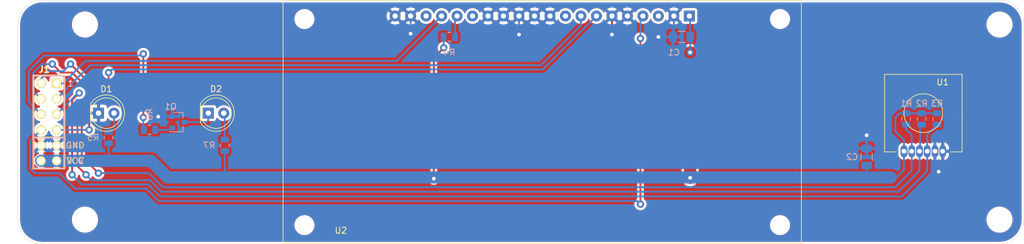
<source format=kicad_pcb>
(kicad_pcb (version 20190905) (host pcbnew "(5.99.0-266-g39241dc0f)")
  (layers (0 "F.Cu" signal) (31 "B.Cu" signal) (34 "B.Paste" user) (35 "F.Paste" user) (36 "B.SilkS" user hide) (37 "F.SilkS" user) (38 "B.Mask" user) (39 "F.Mask" user) (44 "Edge.Cuts" user))
  (net 0 "")
  (net 1 "GND")
  (net 2 "+3V3")
  (net 3 "Net-(D1-Pad2)")
  (net 4 "Net-(D2-Pad2)")
  (net 5 "Net-(D2-Pad1)")
  (net 6 "/JA10")
  (net 7 "/JA9")
  (net 8 "/JA8")
  (net 9 "/JA7")
  (net 10 "/JA4")
  (net 11 "/JA3")
  (net 12 "/JA2")
  (net 13 "/JA1")
  (net 14 "Net-(Q1-Pad1)")
  (net 15 "Net-(R4-Pad1)")
  (net 16 "Net-(U2-Pad18)")
  (net 17 "Net-(U2-Pad15)")
  (net 18 "Net-(U2-Pad9)")
  (net 19 "Net-(U2-Pad3)")
  (module "MountingHole:MountingHole_3.5mm" (layer "F.Cu") (at 50 64)
    (fp_text reference "REF**" hide)
    (fp_text value "MountingHole_3.5mm" hide)
    (pad "1" np_thru_hole circle (at 0 0) (size 3.5 3.5) (drill 3.5) (layers *.Cu *.Mask))
  )
  (module "MountingHole:MountingHole_3.5mm" (layer "F.Cu") (at 200 64)
    (fp_text reference "REF**" hide)
    (fp_text value "MountingHole_3.5mm" hide)
    (pad "1" np_thru_hole circle (at 0 0) (size 3.5 3.5) (drill 3.5) (layers *.Cu *.Mask))
  )
  (module "MountingHole:MountingHole_3.5mm" (layer "F.Cu") (at 50 96)
    (fp_text reference "REF**" hide)
    (fp_text value "MountingHole_3.5mm" hide)
    (pad "1" np_thru_hole circle (at 0 0) (size 3.5 3.5) (drill 3.5) (layers *.Cu *.Mask))
  )
  (module "MountingHole:MountingHole_3.5mm" (layer "F.Cu") (at 200 96)
    (fp_text reference "REF**" hide)
    (fp_text value "MountingHole_3.5mm" hide)
    (pad "1" np_thru_hole circle (at 0 0) (size 3.5 3.5) (drill 3.5) (layers *.Cu *.Mask))
  )
  (module "pmod-conn_6x2:pmod_pin_array_6x2" (layer "F.Cu") (at 44.08 80)
    (fp_text reference "J1" (at -0.762 -8.636) (layer "F.SilkS") (effects (font (size 1.016 1.016) (thickness 0.254))))
    (fp_text value "Conn_02x06_Top_Bottom" hide)
    (fp_line (start 2.54 2.54) (end -2.54 2.54) (layer "F.SilkS") (width 0.3048))
    (fp_line (start 2.54 2.54) (end -2.54 2.54) (layer "B.SilkS") (width 0.3048))
    (fp_text user "1" (at 3.556 -6.35) (layer "B.SilkS") (effects (justify mirror)))
    (fp_text user "GND" (at 4.318 3.81) (layer "B.SilkS") (effects (justify mirror)))
    (fp_text user "VCC" (at 4.318 6.35) (layer "B.SilkS") (effects (justify mirror)))
    (fp_text user "VCC" (at 4.318 6.35) (layer "F.SilkS"))
    (fp_text user "GND" (at 4.318 3.81) (layer "F.SilkS"))
    (fp_text user "1" (at 3.556 -6.35) (layer "F.SilkS"))
    (fp_line (start 2.54 -7.62) (end -2.54 -7.62) (layer "B.SilkS") (width 0.3048))
    (fp_line (start 2.54 7.62) (end 2.54 -7.62) (layer "B.SilkS") (width 0.3048))
    (fp_line (start -2.54 7.62) (end 2.54 7.62) (layer "B.SilkS") (width 0.3048))
    (fp_line (start -2.54 -7.62) (end -2.54 7.62) (layer "B.SilkS") (width 0.3048))
    (fp_line (start -2.54 -7.62) (end -2.54 7.62) (layer "F.SilkS") (width 0.3048))
    (fp_line (start -2.54 7.62) (end 2.54 7.62) (layer "F.SilkS") (width 0.3048))
    (fp_line (start 2.54 7.62) (end 2.54 -7.62) (layer "F.SilkS") (width 0.3048))
    (fp_line (start 2.54 -7.62) (end -2.54 -7.62) (layer "F.SilkS") (width 0.3048))
    (pad "12" thru_hole circle (at -1.27 6.35 270) (size 1.524 1.524) (drill 1.016) (layers *.Cu *.Mask "F.SilkS") (net 2 "+3V3"))
    (pad "6" thru_hole circle (at 1.27 6.35 270) (size 1.524 1.524) (drill 1.016) (layers *.Cu *.Mask "F.SilkS") (net 2 "+3V3"))
    (pad "11" thru_hole circle (at -1.27 3.81 270) (size 1.524 1.524) (drill 1.016) (layers *.Cu *.Mask "F.SilkS") (net 1 "GND"))
    (pad "5" thru_hole circle (at 1.27 3.81 270) (size 1.524 1.524) (drill 1.016) (layers *.Cu *.Mask "F.SilkS") (net 1 "GND"))
    (pad "10" thru_hole circle (at -1.27 1.27 270) (size 1.524 1.524) (drill 1.016) (layers *.Cu *.Mask "F.SilkS") (net 6 "/JA10"))
    (pad "4" thru_hole circle (at 1.27 1.27 270) (size 1.524 1.524) (drill 1.016) (layers *.Cu *.Mask "F.SilkS") (net 10 "/JA4"))
    (pad "9" thru_hole circle (at -1.27 -1.27 270) (size 1.524 1.524) (drill 1.016) (layers *.Cu *.Mask "F.SilkS") (net 7 "/JA9"))
    (pad "3" thru_hole circle (at 1.27 -1.27 270) (size 1.524 1.524) (drill 1.016) (layers *.Cu *.Mask "F.SilkS") (net 11 "/JA3"))
    (pad "8" thru_hole circle (at -1.27 -3.81 270) (size 1.524 1.524) (drill 1.016) (layers *.Cu *.Mask "F.SilkS") (net 8 "/JA8"))
    (pad "2" thru_hole circle (at 1.27 -3.81 270) (size 1.524 1.524) (drill 1.016) (layers *.Cu *.Mask "F.SilkS") (net 12 "/JA2"))
    (pad "7" thru_hole circle (at -1.27 -6.35 270) (size 1.524 1.524) (drill 1.016) (layers *.Cu *.Mask "F.SilkS") (net 9 "/JA7"))
    (pad "1" thru_hole rect (at 1.27 -6.35) (size 1.524 1.524) (drill 1.016) (layers *.Cu *.Mask "F.SilkS") (net 13 "/JA1"))
  )
  (module "newStuff:NHD-2.8-25664UCB2" (layer "F.Cu") (at 125 80)
    (fp_text reference "U2" (at -33.02 17.78 unlocked) (layer "F.SilkS"))
    (fp_text value "NHD-2.8-25664")
    (fp_line (start -42.5 -19.9) (end -42.5 19.9) (layer "F.SilkS") (width 0.12))
    (fp_line (start -42.5 19.9) (end 42.5 19.9) (layer "F.SilkS") (width 0.12))
    (fp_line (start 42.5 19.9) (end 42.5 -19.9) (layer "F.SilkS") (width 0.12))
    (fp_line (start 42.5 -19.9) (end -42.5 -19.9) (layer "F.SilkS") (width 0.12))
    (pad "20" thru_hole circle (at -24.13 -17.4) (size 1.8 1.8) (drill 0.86) (layers *.Cu *.Mask) (net 1 "GND"))
    (pad "19" thru_hole circle (at -21.59 -17.4) (size 1.8 1.8) (drill 0.86) (layers *.Cu *.Mask) (net 1 "GND"))
    (pad "18" thru_hole circle (at -19.05 -17.4) (size 1.8 1.8) (drill 0.86) (layers *.Cu *.Mask) (net 16 "Net-(U2-Pad18)"))
    (pad "17" thru_hole circle (at -16.51 -17.4) (size 1.8 1.8) (drill 0.86) (layers *.Cu *.Mask) (net 13 "/JA1"))
    (pad "16" thru_hole circle (at -13.97 -17.4) (size 1.8 1.8) (drill 0.86) (layers *.Cu *.Mask) (net 15 "Net-(R4-Pad1)"))
    (pad "15" thru_hole circle (at -11.43 -17.4) (size 1.8 1.8) (drill 0.86) (layers *.Cu *.Mask) (net 17 "Net-(U2-Pad15)"))
    (pad "14" thru_hole circle (at -8.89 -17.4) (size 1.8 1.8) (drill 0.86) (layers *.Cu *.Mask) (net 1 "GND"))
    (pad "13" thru_hole circle (at -6.35 -17.4) (size 1.8 1.8) (drill 0.86) (layers *.Cu *.Mask) (net 1 "GND"))
    (pad "12" thru_hole circle (at -3.81 -17.4) (size 1.8 1.8) (drill 0.86) (layers *.Cu *.Mask) (net 1 "GND"))
    (pad "11" thru_hole circle (at -1.27 -17.4) (size 1.8 1.8) (drill 0.86) (layers *.Cu *.Mask) (net 1 "GND"))
    (pad "10" thru_hole circle (at 1.27 -17.4) (size 1.8 1.8) (drill 0.86) (layers *.Cu *.Mask) (net 1 "GND"))
    (pad "9" thru_hole circle (at 3.81 -17.4) (size 1.8 1.8) (drill 0.86) (layers *.Cu *.Mask) (net 18 "Net-(U2-Pad9)"))
    (pad "8" thru_hole circle (at 6.35 -17.4) (size 1.8 1.8) (drill 0.86) (layers *.Cu *.Mask) (net 12 "/JA2"))
    (pad "7" thru_hole circle (at 8.89 -17.4) (size 1.8 1.8) (drill 0.86) (layers *.Cu *.Mask) (net 10 "/JA4"))
    (pad "6" thru_hole circle (at 11.43 -17.4) (size 1.8 1.8) (drill 0.86) (layers *.Cu *.Mask) (net 1 "GND"))
    (pad "5" thru_hole circle (at 13.97 -17.4) (size 1.8 1.8) (drill 0.86) (layers *.Cu *.Mask) (net 1 "GND"))
    (pad "4" thru_hole circle (at 16.51 -17.4) (size 1.8 1.8) (drill 0.86) (layers *.Cu *.Mask) (net 6 "/JA10"))
    (pad "3" thru_hole circle (at 19.05 -17.4) (size 1.8 1.8) (drill 0.86) (layers *.Cu *.Mask) (net 19 "Net-(U2-Pad3)"))
    (pad "2" thru_hole circle (at 21.59 -17.4) (size 1.8 1.8) (drill 0.86) (layers *.Cu *.Mask) (net 1 "GND"))
    (pad "1" thru_hole rect (at 24.13 -17.4) (size 1.8 1.8) (drill 0.86) (layers *.Cu *.Mask) (net 2 "+3V3"))
    (pad "" np_thru_hole circle (at -39 -16.9) (size 2.5 2.5) (drill 2.5) (layers *.Cu *.Mask))
    (pad "" np_thru_hole circle (at -39 16.9) (size 2.5 2.5) (drill 2.5) (layers *.Cu *.Mask))
    (pad "" np_thru_hole circle (at 39 -16.9) (size 2.5 2.5) (drill 2.5) (layers *.Cu *.Mask))
    (pad "" np_thru_hole circle (at 39 16.9) (size 2.5 2.5) (drill 2.5) (layers *.Cu *.Mask))
  )
  (module "Capacitor_SMD:C_1206_3216Metric" (layer "B.Cu") (at 178.21 85.715 90)
    (fp_text reference "C2" (at 0 -2.41 180) (layer "B.SilkS") (effects (justify mirror)))
    (fp_text value "10u")
    (fp_line (start -0.602064 0.91) (end 0.602064 0.91) (layer "B.SilkS") (width 0.12))
    (fp_line (start -0.602064 -0.91) (end 0.602064 -0.91) (layer "B.SilkS") (width 0.12))
    (pad "2" smd roundrect (at 1.4 0 90) (size 1.25 1.75) (layers "B.Cu" "B.Paste" "B.Mask") (roundrect_rratio 0.2) (net 1 "GND"))
    (pad "1" smd roundrect (at -1.4 0 90) (size 1.25 1.75) (layers "B.Cu" "B.Paste" "B.Mask") (roundrect_rratio 0.2) (net 2 "+3V3"))
  )
  (module "Capacitor_SMD:C_1206_3216Metric" (layer "B.Cu") (at 147.86 66.03 180)
    (fp_text reference "C1" (at 1.27 -2.54) (layer "B.SilkS") (effects (justify mirror)))
    (fp_text value "10u")
    (fp_line (start -0.602064 0.91) (end 0.602064 0.91) (layer "B.SilkS") (width 0.12))
    (fp_line (start -0.602064 -0.91) (end 0.602064 -0.91) (layer "B.SilkS") (width 0.12))
    (pad "2" smd roundrect (at 1.4 0 180) (size 1.25 1.75) (layers "B.Cu" "B.Paste" "B.Mask") (roundrect_rratio 0.2) (net 1 "GND"))
    (pad "1" smd roundrect (at -1.4 0 180) (size 1.25 1.75) (layers "B.Cu" "B.Paste" "B.Mask") (roundrect_rratio 0.2) (net 2 "+3V3"))
  )
  (module "newStuff:291V1" (layer "F.Cu") (at 187.5 78.53)
    (fp_text reference "U1" (at 3.175 -5.08 unlocked) (layer "F.SilkS"))
    (fp_text value "291V1")
    (fp_line (start 4.445 6.35) (end 6.35 6.35) (layer "F.SilkS") (width 0.12))
    (fp_line (start 6.35 6.35) (end 6.35 0) (layer "F.SilkS") (width 0.12))
    (fp_line (start -6.35 6.35) (end -4.445 6.35) (layer "F.SilkS") (width 0.12))
    (fp_line (start -6.35 -6.35) (end -6.35 6.35) (layer "F.SilkS") (width 0.12))
    (fp_line (start 6.35 -6.35) (end -6.35 -6.35) (layer "F.SilkS") (width 0.12))
    (fp_line (start 6.35 0) (end 6.35 -6.35) (layer "F.SilkS") (width 0.12))
    (fp_circle (center 0 0) (end 3.175 0) (layer "F.SilkS") (width 0.12))
    (pad "6" thru_hole oval (at -3.17 6.25) (size 1.1 2) (drill 0.76) (layers *.Cu *.Mask) (net 2 "+3V3"))
    (pad "5" thru_hole oval (at -1.9 6.25) (size 1.1 2) (drill 0.76) (layers *.Cu *.Mask) (net 9 "/JA7"))
    (pad "4" thru_hole oval (at -0.63 6.25) (size 1.1 2) (drill 0.76) (layers *.Cu *.Mask) (net 8 "/JA8"))
    (pad "3" thru_hole oval (at 0.64 6.25) (size 1.1 2) (drill 0.76) (layers *.Cu *.Mask) (net 11 "/JA3"))
    (pad "2" thru_hole oval (at 1.91 6.25) (size 1.1 2) (drill 0.76) (layers *.Cu *.Mask) (net 1 "GND"))
    (pad "1" thru_hole oval (at 3.18 6.25) (size 1.1 2) (drill 0.76) (layers *.Cu *.Mask) (net 1 "GND"))
  )
  (module "Resistor_SMD:R_0805_2012Metric" (layer "B.Cu") (at 72.93 83.81 -90)
    (fp_text reference "R7" (at 0 2.54 180) (layer "B.SilkS") (effects (justify mirror)))
    (fp_text value "2k2")
    (fp_line (start -0.258578 0.71) (end 0.258578 0.71) (layer "B.SilkS") (width 0.12))
    (fp_line (start -0.258578 -0.71) (end 0.258578 -0.71) (layer "B.SilkS") (width 0.12))
    (pad "2" smd roundrect (at 0.9375 0 270) (size 0.975 1.4) (layers "B.Cu" "B.Paste" "B.Mask") (net 2 "+3V3"))
    (pad "1" smd roundrect (at -0.9375 0 270) (size 0.975 1.4) (layers "B.Cu" "B.Paste" "B.Mask") (net 4 "Net-(D2-Pad2)"))
  )
  (module "Resistor_SMD:R_0805_2012Metric" (layer "B.Cu") (at 60.59 81.27)
    (fp_text reference "R6" (at 0 -2.54 270) (layer "B.SilkS") (effects (justify mirror)))
    (fp_text value "2k2")
    (fp_line (start -0.258578 0.71) (end 0.258578 0.71) (layer "B.SilkS") (width 0.12))
    (fp_line (start -0.258578 -0.71) (end 0.258578 -0.71) (layer "B.SilkS") (width 0.12))
    (pad "2" smd roundrect (at 0.9375 0) (size 0.975 1.4) (layers "B.Cu" "B.Paste" "B.Mask") (net 14 "Net-(Q1-Pad1)"))
    (pad "1" smd roundrect (at -0.9375 0) (size 0.975 1.4) (layers "B.Cu" "B.Paste" "B.Mask") (net 7 "/JA9"))
  )
  (module "Resistor_SMD:R_0805_2012Metric" (layer "B.Cu") (at 53.88 82.54 -90)
    (fp_text reference "R5" (at 0 2.54 180) (layer "B.SilkS") (effects (justify mirror)))
    (fp_text value "2k2")
    (fp_line (start -0.258578 0.71) (end 0.258578 0.71) (layer "B.SilkS") (width 0.12))
    (fp_line (start -0.258578 -0.71) (end 0.258578 -0.71) (layer "B.SilkS") (width 0.12))
    (pad "2" smd roundrect (at 0.9375 0 270) (size 0.975 1.4) (layers "B.Cu" "B.Paste" "B.Mask") (net 2 "+3V3"))
    (pad "1" smd roundrect (at -0.9375 0 270) (size 0.975 1.4) (layers "B.Cu" "B.Paste" "B.Mask") (net 3 "Net-(D1-Pad2)"))
  )
  (module "Resistor_SMD:R_0805_2012Metric" (layer "B.Cu") (at 109.76 66.03 180)
    (fp_text reference "R4" (at 0 -2.54) (layer "B.SilkS") (effects (justify mirror)))
    (fp_text value "2k2")
    (fp_line (start -0.258578 0.71) (end 0.258578 0.71) (layer "B.SilkS") (width 0.12))
    (fp_line (start -0.258578 -0.71) (end 0.258578 -0.71) (layer "B.SilkS") (width 0.12))
    (pad "2" smd roundrect (at 0.9375 0 180) (size 0.975 1.4) (layers "B.Cu" "B.Paste" "B.Mask") (net 2 "+3V3"))
    (pad "1" smd roundrect (at -0.9375 0 180) (size 0.975 1.4) (layers "B.Cu" "B.Paste" "B.Mask") (net 15 "Net-(R4-Pad1)"))
  )
  (module "Resistor_SMD:R_0805_2012Metric" (layer "B.Cu") (at 189.77 79.479998 90)
    (fp_text reference "R3" (at 2.54 0 -180) (layer "B.SilkS") (effects (justify mirror)))
    (fp_text value "2k2")
    (fp_line (start -0.258578 0.71) (end 0.258578 0.71) (layer "B.SilkS") (width 0.12))
    (fp_line (start -0.258578 -0.71) (end 0.258578 -0.71) (layer "B.SilkS") (width 0.12))
    (pad "2" smd roundrect (at 0.9375 0 90) (size 0.975 1.4) (layers "B.Cu" "B.Paste" "B.Mask") (net 2 "+3V3"))
    (pad "1" smd roundrect (at -0.9375 0 90) (size 0.975 1.4) (layers "B.Cu" "B.Paste" "B.Mask") (net 11 "/JA3"))
  )
  (module "Resistor_SMD:R_0805_2012Metric" (layer "B.Cu") (at 187.23 79.479998 90)
    (fp_text reference "R2" (at 2.54 0 -180) (layer "B.SilkS") (effects (justify mirror)))
    (fp_text value "2k2")
    (fp_line (start -0.258578 0.71) (end 0.258578 0.71) (layer "B.SilkS") (width 0.12))
    (fp_line (start -0.258578 -0.71) (end 0.258578 -0.71) (layer "B.SilkS") (width 0.12))
    (pad "2" smd roundrect (at 0.9375 0 90) (size 0.975 1.4) (layers "B.Cu" "B.Paste" "B.Mask") (net 2 "+3V3"))
    (pad "1" smd roundrect (at -0.9375 0 90) (size 0.975 1.4) (layers "B.Cu" "B.Paste" "B.Mask") (net 8 "/JA8"))
  )
  (module "Resistor_SMD:R_0805_2012Metric" (layer "B.Cu") (at 184.69 79.479998 90)
    (fp_text reference "R1" (at 2.54 0 -180) (layer "B.SilkS") (effects (justify mirror)))
    (fp_text value "2k2")
    (fp_line (start -0.258578 -0.71) (end 0.258578 -0.71) (layer "B.SilkS") (width 0.12))
    (fp_line (start -0.258578 0.71) (end 0.258578 0.71) (layer "B.SilkS") (width 0.12))
    (pad "1" smd roundrect (at -0.9375 0 90) (size 0.975 1.4) (layers "B.Cu" "B.Paste" "B.Mask") (net 9 "/JA7"))
    (pad "2" smd roundrect (at 0.9375 0 90) (size 0.975 1.4) (layers "B.Cu" "B.Paste" "B.Mask") (net 2 "+3V3"))
  )
  (module "Package_TO_SOT_SMD:SOT-23" (layer "B.Cu") (at 65.31 80)
    (fp_text reference "Q1" (at -1.27 -2.54) (layer "B.SilkS") (effects (justify mirror)))
    (fp_text value "BSS138")
    (fp_line (start 0.76 -1.58) (end 0.76 -0.65) (layer "B.SilkS") (width 0.12))
    (fp_line (start 0.76 1.58) (end 0.76 0.65) (layer "B.SilkS") (width 0.12))
    (fp_line (start 0.76 1.58) (end -1.4 1.58) (layer "B.SilkS") (width 0.12))
    (fp_line (start 0.76 -1.58) (end -0.7 -1.58) (layer "B.SilkS") (width 0.12))
    (pad "3" smd rect (at 1 0) (size 0.9 0.8) (layers "B.Cu" "B.Paste" "B.Mask") (net 5 "Net-(D2-Pad1)"))
    (pad "2" smd rect (at -1 -0.95) (size 0.9 0.8) (layers "B.Cu" "B.Paste" "B.Mask") (net 1 "GND"))
    (pad "1" smd rect (at -1 0.95) (size 0.9 0.8) (layers "B.Cu" "B.Paste" "B.Mask") (net 14 "Net-(Q1-Pad1)"))
  )
  (module "LED_THT:LED_D5.0mm" (layer "F.Cu") (at 70.23 78.53)
    (fp_text reference "D2" (at 1.27 -3.96) (layer "F.SilkS"))
    (fp_text value "LED")
    (fp_arc (start 1.27 0) (end -1.29 -1.54483) (angle 148.9) (layer "F.SilkS") (width 0.12))
    (fp_arc (start 1.27 0) (end -1.29 1.54483) (angle -148.9) (layer "F.SilkS") (width 0.12))
    (fp_circle (center 1.27 0) (end 3.77 0) (layer "F.SilkS") (width 0.12))
    (fp_line (start -1.29 -1.545) (end -1.29 1.545) (layer "F.SilkS") (width 0.12))
    (pad "2" thru_hole circle (at 2.54 0) (size 1.8 1.8) (drill 0.9) (layers *.Cu *.Mask) (net 4 "Net-(D2-Pad2)"))
    (pad "1" thru_hole rect (at 0 0) (size 1.8 1.8) (drill 0.9) (layers *.Cu *.Mask) (net 5 "Net-(D2-Pad1)"))
  )
  (module "LED_THT:LED_D5.0mm" (layer "F.Cu") (at 52.23 78.53)
    (fp_text reference "D1" (at 1.27 -3.96) (layer "F.SilkS"))
    (fp_text value "LED")
    (fp_arc (start 1.27 0) (end -1.29 -1.54483) (angle 148.9) (layer "F.SilkS") (width 0.12))
    (fp_arc (start 1.27 0) (end -1.29 1.54483) (angle -148.9) (layer "F.SilkS") (width 0.12))
    (fp_circle (center 1.27 0) (end 3.77 0) (layer "F.SilkS") (width 0.12))
    (fp_line (start -1.29 -1.545) (end -1.29 1.545) (layer "F.SilkS") (width 0.12))
    (pad "2" thru_hole circle (at 2.54 0) (size 1.8 1.8) (drill 0.9) (layers *.Cu *.Mask) (net 3 "Net-(D1-Pad2)"))
    (pad "1" thru_hole rect (at 0 0) (size 1.8 1.8) (drill 0.9) (layers *.Cu *.Mask) (net 1 "GND"))
  )
  (gr_arc (start 43 96) (end 39 96) (angle -90) (layer "Edge.Cuts") (width 0.05))
  (gr_arc (start 43 64) (end 43 60) (angle -90) (layer "Edge.Cuts") (width 0.05))
  (gr_arc (start 200 96) (end 200 100) (angle -90) (layer "Edge.Cuts") (width 0.05))
  (gr_arc (start 200 64) (end 204 64) (angle -90) (layer "Edge.Cuts") (width 0.05))
  (gr_line (start 200 60) (end 43 60) (layer "Edge.Cuts") (width 0.05))
  (gr_line (start 204 96) (end 204 64) (layer "Edge.Cuts") (width 0.05))
  (gr_line (start 43 100) (end 200 100) (layer "Edge.Cuts") (width 0.05))
  (gr_line (start 39 64) (end 39 96) (layer "Edge.Cuts") (width 0.05))
  (segment (start 49.475989 85.639957) (end 51.608001 87.771969) (width 0.3) (layer "F.Cu") (net 9))
  (segment (start 50.237989 75.672083) (end 48.775978 77.134094) (width 0.3) (layer "F.Cu") (net 8))
  (segment (start 50.237989 74.219989) (end 50.237989 75.672083) (width 0.3) (layer "F.Cu") (net 8))
  (segment (start 50.938 75.962036) (end 49.475989 77.424047) (width 0.3) (layer "F.Cu") (net 9))
  (segment (start 50.694032 77.195968) (end 53.877088 74.012912) (width 0.3) (layer "F.Cu") (net 10))
  (segment (start 48.849792 75.230208) (end 49.053503 75.230208) (width 0.3) (layer "B.Cu") (net 11))
  (segment (start 49.576001 88.036001) (end 50.176 88.636) (width 0.3) (layer "F.Cu") (net 8))
  (segment (start 48.775978 77.134094) (end 48.775978 87.235978) (width 0.3) (layer "F.Cu") (net 8))
  (segment (start 50.694032 81.27) (end 50.694032 77.195968) (width 0.3) (layer "F.Cu") (net 10))
  (segment (start 48.775978 87.235978) (end 49.576001 88.036001) (width 0.3) (layer "F.Cu") (net 8))
  (segment (start 45.35 78.73) (end 48.849792 75.230208) (width 0.3) (layer "B.Cu") (net 11))
  (segment (start 47.89 76.393711) (end 49.053503 75.230208) (width 0.3) (layer "F.Cu") (net 11))
  (segment (start 50.938 73.78401) (end 50.938 75.962036) (width 0.3) (layer "F.Cu") (net 9))
  (segment (start 46.045109 71.872) (end 47.89 71.872) (width 0.3) (layer "F.Cu") (net 8))
  (via (at 49.053503 75.230208) (size 1.2) (drill 0.6) (layers "F.Cu" "B.Cu") (net 11))
  (segment (start 47.89 88.636) (end 47.89 76.393711) (width 0.3) (layer "F.Cu") (net 11))
  (segment (start 47.636 70.48201) (end 50.938 73.78401) (width 0.3) (layer "F.Cu") (net 9))
  (segment (start 49.475989 77.424047) (end 49.475989 85.639957) (width 0.3) (layer "F.Cu") (net 9))
  (segment (start 51.608001 87.771969) (end 52.208 88.371968) (width 0.3) (layer "F.Cu") (net 9))
  (segment (start 53.877088 72.73056) (end 53.877088 71.882032) (width 0.3) (layer "F.Cu") (net 10))
  (segment (start 47.89 71.872) (end 50.237989 74.219989) (width 0.3) (layer "F.Cu") (net 8))
  (segment (start 44.655119 70.48201) (end 46.045109 71.872) (width 0.3) (layer "F.Cu") (net 8))
  (segment (start 53.877088 74.012912) (end 53.877088 72.73056) (width 0.3) (layer "F.Cu") (net 10))
  (segment (start 107.22 69.438) (end 108.85 67.808) (width 0.3) (layer "F.Cu") (net 2))
  (segment (start 107.22 89.271) (end 107.22 69.438) (width 0.3) (layer "F.Cu") (net 2))
  (via (at 108.85 67.808) (size 1.2) (drill 0.6) (layers "F.Cu" "B.Cu") (net 2))
  (segment (start 108.8225 67.7805) (end 108.85 67.808) (width 0.3) (layer "B.Cu") (net 2))
  (segment (start 108.8225 66.03) (end 108.8225 67.7805) (width 0.3) (layer "B.Cu") (net 2))
  (segment (start 60.082 90.922) (end 48.398 90.922) (width 0.3) (layer "B.Cu") (net 6))
  (segment (start 62.114 92.954) (end 60.082 90.922) (width 0.3) (layer "B.Cu") (net 6))
  (segment (start 141.108 93.462) (end 140.6 92.954) (width 0.3) (layer "B.Cu") (net 6))
  (segment (start 41.032 83.048) (end 42.81 81.27) (width 0.3) (layer "B.Cu") (net 6))
  (segment (start 48.398 90.922) (end 45.858 88.382) (width 0.3) (layer "B.Cu") (net 6))
  (segment (start 140.6 92.954) (end 62.114 92.954) (width 0.3) (layer "B.Cu") (net 6))
  (segment (start 45.858 88.382) (end 41.794 88.382) (width 0.3) (layer "B.Cu") (net 6))
  (segment (start 41.794 88.382) (end 41.032 87.62) (width 0.3) (layer "B.Cu") (net 6))
  (segment (start 41.032 87.62) (end 41.032 83.048) (width 0.3) (layer "B.Cu") (net 6))
  (segment (start 49.475989 90.221989) (end 60.371954 90.221989) (width 0.3) (layer "B.Cu") (net 11))
  (segment (start 186.87 86.08) (end 186.87 84.78) (width 0.3) (layer "B.Cu") (net 8))
  (segment (start 188.14 88.03699) (end 188.14 86.08) (width 0.3) (layer "B.Cu") (net 11))
  (segment (start 50.176 88.636) (end 51.061978 89.521978) (width 0.3) (layer "B.Cu") (net 8))
  (segment (start 183.98499 92.192) (end 188.14 88.03699) (width 0.3) (layer "B.Cu") (net 11))
  (segment (start 183.42 91.43) (end 186.87 87.98) (width 0.3) (layer "B.Cu") (net 8))
  (segment (start 185.6 87.98) (end 182.912 90.668) (width 0.3) (layer "B.Cu") (net 9))
  (segment (start 62.569928 91.43) (end 183.42 91.43) (width 0.3) (layer "B.Cu") (net 8))
  (segment (start 62.341964 92.192) (end 183.98499 92.192) (width 0.3) (layer "B.Cu") (net 11))
  (segment (start 60.371954 90.221989) (end 62.341964 92.192) (width 0.3) (layer "B.Cu") (net 11))
  (segment (start 60.661908 89.521978) (end 62.569928 91.43) (width 0.3) (layer "B.Cu") (net 8))
  (segment (start 185.6 84.78) (end 185.6 87.98) (width 0.3) (layer "B.Cu") (net 9))
  (segment (start 62.797892 90.668) (end 60.50186 88.371968) (width 0.3) (layer "B.Cu") (net 9))
  (segment (start 182.912 90.668) (end 62.797892 90.668) (width 0.3) (layer "B.Cu") (net 9))
  (segment (start 188.14 86.08) (end 188.14 84.78) (width 0.3) (layer "B.Cu") (net 11))
  (segment (start 53.056528 88.371968) (end 52.208 88.371968) (width 0.3) (layer "B.Cu") (net 9))
  (segment (start 60.50186 88.371968) (end 53.056528 88.371968) (width 0.3) (layer "B.Cu") (net 9))
  (segment (start 51.061978 89.521978) (end 60.661908 89.521978) (width 0.3) (layer "B.Cu") (net 8))
  (segment (start 186.87 87.98) (end 186.87 86.08) (width 0.3) (layer "B.Cu") (net 8))
  (segment (start 47.89 88.636) (end 49.475989 90.221989) (width 0.3) (layer "B.Cu") (net 11))
  (via (at 52.208 88.371968) (size 1.2) (drill 0.6) (layers "F.Cu" "B.Cu") (net 9))
  (via (at 50.176 88.636) (size 1.2) (drill 0.6) (layers "F.Cu" "B.Cu") (net 8))
  (via (at 47.89 88.636) (size 1.2) (drill 0.6) (layers "F.Cu" "B.Cu") (net 11))
  (segment (start 141.108 66.284) (end 141.108 93.462) (width 0.3) (layer "F.Cu") (net 6))
  (via (at 141.108 93.462) (size 1.2) (drill 0.6) (layers "F.Cu" "B.Cu") (net 6))
  (segment (start 42.81 72.888) (end 44.065989 71.632011) (width 0.3) (layer "B.Cu") (net 9))
  (segment (start 42.81 73.65) (end 42.81 72.888) (width 0.3) (layer "B.Cu") (net 9))
  (segment (start 44.065989 71.632011) (end 46.485999 71.632011) (width 0.3) (layer "B.Cu") (net 9))
  (segment (start 47.036001 71.082009) (end 47.636 70.48201) (width 0.3) (layer "B.Cu") (net 9))
  (segment (start 46.485999 71.632011) (end 47.036001 71.082009) (width 0.3) (layer "B.Cu") (net 9))
  (segment (start 41.497999 74.877999) (end 41.497999 71.914001) (width 0.3) (layer "B.Cu") (net 8))
  (segment (start 42.81 76.19) (end 41.497999 74.877999) (width 0.3) (layer "B.Cu") (net 8))
  (segment (start 42.92999 70.48201) (end 44.655119 70.48201) (width 0.3) (layer "B.Cu") (net 8))
  (segment (start 41.497999 71.914001) (end 42.92999 70.48201) (width 0.3) (layer "B.Cu") (net 8))
  (segment (start 40.797988 76.717988) (end 40.797988 71.598012) (width 0.3) (layer "B.Cu") (net 7))
  (segment (start 42.81 78.73) (end 40.797988 76.717988) (width 0.3) (layer "B.Cu") (net 7))
  (segment (start 40.797988 71.598012) (end 43.318 69.078) (width 0.3) (layer "B.Cu") (net 7))
  (segment (start 43.318 69.078) (end 59.309968 69.078) (width 0.3) (layer "B.Cu") (net 7))
  (segment (start 59.309968 69.078) (end 59.574 68.813968) (width 0.3) (layer "B.Cu") (net 7))
  (segment (start 131.35 64.104) (end 124.790011 70.663989) (width 0.3) (layer "B.Cu") (net 12))
  (segment (start 131.35 62.6) (end 131.35 64.104) (width 0.3) (layer "B.Cu") (net 12))
  (segment (start 124.790011 70.663989) (end 50.876011 70.663989) (width 0.3) (layer "B.Cu") (net 12))
  (segment (start 46.111999 75.428001) (end 45.35 76.19) (width 0.3) (layer "B.Cu") (net 12))
  (segment (start 50.876011 70.663989) (end 46.111999 75.428001) (width 0.3) (layer "B.Cu") (net 12))
  (segment (start 108.49 62.6) (end 101.126022 69.963978) (width 0.3) (layer "B.Cu") (net 13))
  (segment (start 46.412 73.65) (end 45.35 73.65) (width 0.3) (layer "B.Cu") (net 13))
  (segment (start 101.126022 69.963978) (end 50.098022 69.963978) (width 0.3) (layer "B.Cu") (net 13))
  (segment (start 50.098022 69.963978) (end 46.412 73.65) (width 0.3) (layer "B.Cu") (net 13))
  (segment (start 54.39512 71.364) (end 53.877088 71.882032) (width 0.3) (layer "B.Cu") (net 10))
  (segment (start 133.89 62.6) (end 125.126 71.364) (width 0.3) (layer "B.Cu") (net 10))
  (segment (start 125.126 71.364) (end 54.39512 71.364) (width 0.3) (layer "B.Cu") (net 10))
  (via (at 59.574 68.813968) (size 1.2) (drill 0.6) (layers "F.Cu" "B.Cu") (net 7))
  (segment (start 59.574 79.238) (end 59.574 68.813968) (width 0.3) (layer "F.Cu") (net 7))
  (via (at 53.877088 71.882032) (size 1.2) (drill 0.6) (layers "F.Cu" "B.Cu") (net 10))
  (via (at 44.655119 70.48201) (size 1.2) (drill 0.6) (layers "F.Cu" "B.Cu") (net 8))
  (via (at 47.636 70.48201) (size 1.2) (drill 0.6) (layers "F.Cu" "B.Cu") (net 9))
  (via (at 103.41 65.511968) (size 1.2) (drill 0.6) (layers "F.Cu" "B.Cu") (net 1))
  (segment (start 103.41 62.6) (end 103.41 65.511968) (width 0.3) (layer "B.Cu") (net 1))
  (segment (start 45.35 81.27) (end 50.694032 81.27) (width 0.3) (layer "B.Cu") (net 10))
  (via (at 50.694032 81.27) (size 1.2) (drill 0.6) (layers "F.Cu" "B.Cu") (net 10))
  (segment (start 53.732 86.35) (end 60.844 86.35) (width 2) (layer "B.Cu") (net 2))
  (segment (start 45.35 86.35) (end 53.732 86.35) (width 2) (layer "B.Cu") (net 2))
  (segment (start 53.88 86.202) (end 53.732 86.35) (width 0.3) (layer "B.Cu") (net 2))
  (segment (start 53.88 83.4775) (end 53.88 86.202) (width 0.3) (layer "B.Cu") (net 2))
  (segment (start 61.5275 81.27) (end 63.99 81.27) (width 0.3) (layer "B.Cu") (net 14))
  (segment (start 63.99 81.27) (end 64.31 80.95) (width 0.3) (layer "B.Cu") (net 14))
  (segment (start 59.574 79.238) (end 59.574 81.1915) (width 0.3) (layer "B.Cu") (net 7))
  (segment (start 59.574 81.1915) (end 59.6525 81.27) (width 0.3) (layer "B.Cu") (net 7))
  (via (at 59.574 79.238) (size 1.2) (drill 0.6) (layers "F.Cu" "B.Cu") (net 7))
  (segment (start 141.108 62.474) (end 141.234 62.6) (width 0.3) (layer "B.Cu") (net 6))
  (segment (start 141.234 62.6) (end 141.51 62.6) (width 0.3) (layer "B.Cu") (net 6))
  (segment (start 141.108 66.284) (end 141.108 62.474) (width 0.3) (layer "B.Cu") (net 6))
  (via (at 141.108 66.284) (size 1.2) (drill 0.6) (layers "F.Cu" "B.Cu") (net 6))
  (segment (start 60.844 86.35) (end 63.56901 89.07501) (width 2) (layer "B.Cu") (net 2))
  (segment (start 63.56901 89.07501) (end 73.11501 89.07501) (width 2) (layer "B.Cu") (net 2))
  (via (at 121.19 65.64199) (size 1.2) (drill 0.6) (layers "F.Cu" "B.Cu") (net 1))
  (segment (start 121.19 62.6) (end 121.19 65.64199) (width 0.3) (layer "B.Cu") (net 1))
  (segment (start 42.81 86.35) (end 45.35 86.35) (width 2) (layer "B.Cu") (net 2))
  (segment (start 73.11501 89.07501) (end 178.15499 89.07501) (width 2) (layer "B.Cu") (net 2))
  (via (at 136.43 65.649) (size 1.2) (drill 0.6) (layers "F.Cu" "B.Cu") (net 1))
  (segment (start 136.43 65.141) (end 136.43 65.649) (width 0.3) (layer "F.Cu") (net 1))
  (segment (start 136.43 62.6) (end 136.43 65.141) (width 0.3) (layer "F.Cu") (net 1))
  (segment (start 133.89 62.6) (end 133.89 63.236) (width 0.3) (layer "B.Cu") (net 10))
  (segment (start 64.31 79.05) (end 62.069 79.05) (width 0.3) (layer "B.Cu") (net 1))
  (segment (start 62.069 79.05) (end 62.008 79.111) (width 0.3) (layer "B.Cu") (net 1))
  (via (at 62.008 79.111) (size 1.2) (drill 0.6) (layers "F.Cu" "B.Cu") (net 1))
  (segment (start 66.31 80) (end 69.96 80) (width 0.3) (layer "B.Cu") (net 5))
  (segment (start 69.96 80) (end 70.23 79.73) (width 0.3) (layer "B.Cu") (net 5))
  (segment (start 70.23 79.73) (end 70.23 78.53) (width 0.3) (layer "B.Cu") (net 5))
  (segment (start 72.93 82.8725) (end 72.93 78.69) (width 0.3) (layer "B.Cu") (net 4))
  (segment (start 72.93 78.69) (end 72.77 78.53) (width 0.3) (layer "B.Cu") (net 4))
  (segment (start 73.11501 89.07501) (end 72.93 88.89) (width 0.3) (layer "B.Cu") (net 2))
  (segment (start 72.93 88.89) (end 72.93 84.7475) (width 0.3) (layer "B.Cu") (net 2))
  (via (at 107.22 89.271) (size 1.2) (drill 0.6) (layers "F.Cu" "B.Cu") (net 2))
  (segment (start 110.6975 66.03) (end 110.6975 62.9325) (width 0.3) (layer "B.Cu") (net 15))
  (segment (start 110.6975 62.9325) (end 111.03 62.6) (width 0.3) (layer "B.Cu") (net 15))
  (segment (start 54.77 78.53) (end 54.77 80.7125) (width 0.3) (layer "B.Cu") (net 3))
  (segment (start 54.77 80.7125) (end 53.88 81.6025) (width 0.3) (layer "B.Cu") (net 3))
  (segment (start 149.257 68.57) (end 149.257 89.144) (width 2) (layer "F.Cu") (net 2))
  (via (at 149.257 89.144) (size 1.2) (drill 0.6) (layers "F.Cu" "B.Cu") (net 2))
  (segment (start 149.26 66.03) (end 149.26 68.567) (width 0.3) (layer "B.Cu") (net 2))
  (segment (start 149.26 68.567) (end 149.257 68.57) (width 0.3) (layer "B.Cu") (net 2))
  (via (at 149.257 68.57) (size 1.2) (drill 0.6) (layers "F.Cu" "B.Cu") (net 2))
  (segment (start 146.46 66.03) (end 144.05 66.03) (width 0.3) (layer "B.Cu") (net 1))
  (via (at 144.05 66.03) (size 1.2) (drill 0.6) (layers "F.Cu" "B.Cu") (net 1))
  (segment (start 146.59 62.6) (end 146.59 65.9) (width 0.3) (layer "B.Cu") (net 1))
  (segment (start 146.59 65.9) (end 146.46 66.03) (width 0.3) (layer "B.Cu") (net 1))
  (segment (start 149.26 66.03) (end 149.26 62.73) (width 0.3) (layer "B.Cu") (net 2))
  (segment (start 149.26 62.73) (end 149.13 62.6) (width 0.3) (layer "B.Cu") (net 2))
  (segment (start 178.21 84.315) (end 178.21 82.162) (width 0.3) (layer "B.Cu") (net 1))
  (segment (start 178.21 82.162) (end 178.213 82.159) (width 0.3) (layer "B.Cu") (net 1))
  (via (at 178.213 82.159) (size 1.2) (drill 0.6) (layers "F.Cu" "B.Cu") (net 1))
  (segment (start 178.21 87.115) (end 178.21 89.02) (width 0.3) (layer "B.Cu") (net 2))
  (segment (start 178.21 89.02) (end 178.15499 89.07501) (width 0.3) (layer "B.Cu") (net 2))
  (segment (start 188.14 82.047498) (end 189.77 80.417498) (width 0.3) (layer "B.Cu") (net 11))
  (segment (start 188.14 84.78) (end 188.14 82.047498) (width 0.3) (layer "B.Cu") (net 11))
  (segment (start 186.976 80.671498) (end 187.23 80.417498) (width 0.3) (layer "B.Cu") (net 8))
  (segment (start 186.87 84.78) (end 186.976 84.674) (width 0.3) (layer "B.Cu") (net 8))
  (segment (start 186.976 84.674) (end 186.976 80.671498) (width 0.3) (layer "B.Cu") (net 8))
  (segment (start 189.77 78.542498) (end 187.23 78.542498) (width 0.3) (layer "B.Cu") (net 2))
  (segment (start 187.23 78.542498) (end 184.69 78.542498) (width 0.3) (layer "B.Cu") (net 2))
  (segment (start 178.15499 89.07501) (end 182.15 89.07501) (width 2) (layer "B.Cu") (net 2))
  (segment (start 185.6 83.48) (end 185.6 84.78) (width 0.3) (layer "B.Cu") (net 9))
  (segment (start 185.6 82.124499) (end 185.6 83.48) (width 0.3) (layer "B.Cu") (net 9))
  (segment (start 184.69 80.417498) (end 184.69 81.214499) (width 0.3) (layer "B.Cu") (net 9))
  (segment (start 184.69 81.214499) (end 185.6 82.124499) (width 0.3) (layer "B.Cu") (net 9))
  (segment (start 181.77998 89.144) (end 181.71099 89.07501) (width 0.3) (layer "B.Cu") (net 2))
  (segment (start 183.039 89.144) (end 181.77998 89.144) (width 0.3) (layer "B.Cu") (net 2))
  (segment (start 184.33 84.78) (end 184.33 87.853) (width 0.3) (layer "B.Cu") (net 2))
  (segment (start 184.33 87.853) (end 183.039 89.144) (width 0.3) (layer "B.Cu") (net 2))
  (via (at 190.024 88.128) (size 1.2) (drill 0.6) (layers "F.Cu" "B.Cu") (net 1))
  (segment (start 190.68 87.472) (end 190.024 88.128) (width 0.3) (layer "B.Cu") (net 1))
  (segment (start 190.68 84.78) (end 190.68 87.472) (width 0.3) (layer "B.Cu") (net 1))
  (segment (start 189.41 87.514) (end 190.024 88.128) (width 0.3) (layer "B.Cu") (net 1))
  (segment (start 189.41 84.78) (end 189.41 87.514) (width 0.3) (layer "B.Cu") (net 1))
  (segment (start 182.912 81.524) (end 184.33 82.942) (width 0.3) (layer "B.Cu") (net 2))
  (segment (start 184.33 82.942) (end 184.33 84.78) (width 0.3) (layer "B.Cu") (net 2))
  (segment (start 184.69 78.542498) (end 183.607502 78.542498) (width 0.3) (layer "B.Cu") (net 2))
  (segment (start 182.912 79.238) (end 182.912 81.524) (width 0.3) (layer "B.Cu") (net 2))
  (segment (start 183.607502 78.542498) (end 182.912 79.238) (width 0.3) (layer "B.Cu") (net 2))
  (zone (net 1) (net_name "GND") (layer "F.Cu") (connect_pads (clearance 0.381)) (min_thickness 0.3) (fill yes (thermal_gap 0.5) (thermal_bridge_width 0.5))
    (polygon (pts (xy 204 100) (xy 39 100) (xy 39 60) (xy 204 60)))
  )
  (zone (net 1) (net_name "GND") (layer "B.Cu") (connect_pads (clearance 0.381)) (min_thickness 0.3) (fill yes (thermal_gap 0.5) (thermal_bridge_width 0.5))
    (polygon (pts (xy 204 100) (xy 39 100) (xy 39 60) (xy 204 60)))
  )
)
</source>
